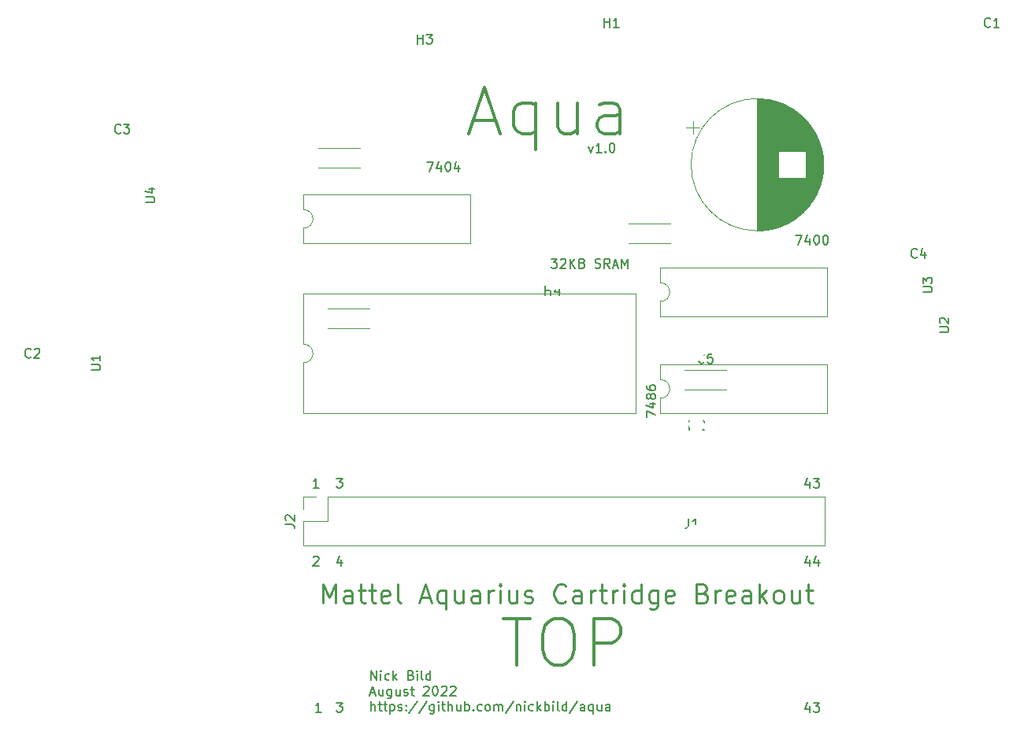
<source format=gto>
G04 #@! TF.GenerationSoftware,KiCad,Pcbnew,(5.1.5-0)*
G04 #@! TF.CreationDate,2022-08-30T11:13:50-04:00*
G04 #@! TF.ProjectId,breakout_board,62726561-6b6f-4757-945f-626f6172642e,rev?*
G04 #@! TF.SameCoordinates,Original*
G04 #@! TF.FileFunction,Legend,Top*
G04 #@! TF.FilePolarity,Positive*
%FSLAX46Y46*%
G04 Gerber Fmt 4.6, Leading zero omitted, Abs format (unit mm)*
G04 Created by KiCad (PCBNEW (5.1.5-0)) date 2022-08-30 11:13:50*
%MOMM*%
%LPD*%
G04 APERTURE LIST*
%ADD10C,0.150000*%
%ADD11C,0.350000*%
%ADD12C,0.250000*%
%ADD13C,0.200000*%
%ADD14C,0.120000*%
%ADD15C,3.302000*%
%ADD16O,1.702000X1.702000*%
%ADD17R,1.702000X1.702000*%
%ADD18C,1.702000*%
%ADD19C,2.502000*%
%ADD20R,2.502000X2.502000*%
%ADD21R,1.372000X5.182000*%
%ADD22O,1.802000X1.802000*%
%ADD23R,1.802000X1.802000*%
G04 APERTURE END LIST*
D10*
X168108380Y-78723904D02*
X168108380Y-78057238D01*
X169108380Y-78485809D01*
X168441714Y-77247714D02*
X169108380Y-77247714D01*
X168060761Y-77485809D02*
X168775047Y-77723904D01*
X168775047Y-77104857D01*
X168536952Y-76581047D02*
X168489333Y-76676285D01*
X168441714Y-76723904D01*
X168346476Y-76771523D01*
X168298857Y-76771523D01*
X168203619Y-76723904D01*
X168156000Y-76676285D01*
X168108380Y-76581047D01*
X168108380Y-76390571D01*
X168156000Y-76295333D01*
X168203619Y-76247714D01*
X168298857Y-76200095D01*
X168346476Y-76200095D01*
X168441714Y-76247714D01*
X168489333Y-76295333D01*
X168536952Y-76390571D01*
X168536952Y-76581047D01*
X168584571Y-76676285D01*
X168632190Y-76723904D01*
X168727428Y-76771523D01*
X168917904Y-76771523D01*
X169013142Y-76723904D01*
X169060761Y-76676285D01*
X169108380Y-76581047D01*
X169108380Y-76390571D01*
X169060761Y-76295333D01*
X169013142Y-76247714D01*
X168917904Y-76200095D01*
X168727428Y-76200095D01*
X168632190Y-76247714D01*
X168584571Y-76295333D01*
X168536952Y-76390571D01*
X168108380Y-75342952D02*
X168108380Y-75533428D01*
X168156000Y-75628666D01*
X168203619Y-75676285D01*
X168346476Y-75771523D01*
X168536952Y-75819142D01*
X168917904Y-75819142D01*
X169013142Y-75771523D01*
X169060761Y-75723904D01*
X169108380Y-75628666D01*
X169108380Y-75438190D01*
X169060761Y-75342952D01*
X169013142Y-75295333D01*
X168917904Y-75247714D01*
X168679809Y-75247714D01*
X168584571Y-75295333D01*
X168536952Y-75342952D01*
X168489333Y-75438190D01*
X168489333Y-75628666D01*
X168536952Y-75723904D01*
X168584571Y-75771523D01*
X168679809Y-75819142D01*
X157885333Y-61682380D02*
X158504380Y-61682380D01*
X158171047Y-62063333D01*
X158313904Y-62063333D01*
X158409142Y-62110952D01*
X158456761Y-62158571D01*
X158504380Y-62253809D01*
X158504380Y-62491904D01*
X158456761Y-62587142D01*
X158409142Y-62634761D01*
X158313904Y-62682380D01*
X158028190Y-62682380D01*
X157932952Y-62634761D01*
X157885333Y-62587142D01*
X158885333Y-61777619D02*
X158932952Y-61730000D01*
X159028190Y-61682380D01*
X159266285Y-61682380D01*
X159361523Y-61730000D01*
X159409142Y-61777619D01*
X159456761Y-61872857D01*
X159456761Y-61968095D01*
X159409142Y-62110952D01*
X158837714Y-62682380D01*
X159456761Y-62682380D01*
X159885333Y-62682380D02*
X159885333Y-61682380D01*
X160456761Y-62682380D02*
X160028190Y-62110952D01*
X160456761Y-61682380D02*
X159885333Y-62253809D01*
X161218666Y-62158571D02*
X161361523Y-62206190D01*
X161409142Y-62253809D01*
X161456761Y-62349047D01*
X161456761Y-62491904D01*
X161409142Y-62587142D01*
X161361523Y-62634761D01*
X161266285Y-62682380D01*
X160885333Y-62682380D01*
X160885333Y-61682380D01*
X161218666Y-61682380D01*
X161313904Y-61730000D01*
X161361523Y-61777619D01*
X161409142Y-61872857D01*
X161409142Y-61968095D01*
X161361523Y-62063333D01*
X161313904Y-62110952D01*
X161218666Y-62158571D01*
X160885333Y-62158571D01*
X162599619Y-62634761D02*
X162742476Y-62682380D01*
X162980571Y-62682380D01*
X163075809Y-62634761D01*
X163123428Y-62587142D01*
X163171047Y-62491904D01*
X163171047Y-62396666D01*
X163123428Y-62301428D01*
X163075809Y-62253809D01*
X162980571Y-62206190D01*
X162790095Y-62158571D01*
X162694857Y-62110952D01*
X162647238Y-62063333D01*
X162599619Y-61968095D01*
X162599619Y-61872857D01*
X162647238Y-61777619D01*
X162694857Y-61730000D01*
X162790095Y-61682380D01*
X163028190Y-61682380D01*
X163171047Y-61730000D01*
X164171047Y-62682380D02*
X163837714Y-62206190D01*
X163599619Y-62682380D02*
X163599619Y-61682380D01*
X163980571Y-61682380D01*
X164075809Y-61730000D01*
X164123428Y-61777619D01*
X164171047Y-61872857D01*
X164171047Y-62015714D01*
X164123428Y-62110952D01*
X164075809Y-62158571D01*
X163980571Y-62206190D01*
X163599619Y-62206190D01*
X164552000Y-62396666D02*
X165028190Y-62396666D01*
X164456761Y-62682380D02*
X164790095Y-61682380D01*
X165123428Y-62682380D01*
X165456761Y-62682380D02*
X165456761Y-61682380D01*
X165790095Y-62396666D01*
X166123428Y-61682380D01*
X166123428Y-62682380D01*
X184166095Y-59142380D02*
X184832761Y-59142380D01*
X184404190Y-60142380D01*
X185642285Y-59475714D02*
X185642285Y-60142380D01*
X185404190Y-59094761D02*
X185166095Y-59809047D01*
X185785142Y-59809047D01*
X186356571Y-59142380D02*
X186451809Y-59142380D01*
X186547047Y-59190000D01*
X186594666Y-59237619D01*
X186642285Y-59332857D01*
X186689904Y-59523333D01*
X186689904Y-59761428D01*
X186642285Y-59951904D01*
X186594666Y-60047142D01*
X186547047Y-60094761D01*
X186451809Y-60142380D01*
X186356571Y-60142380D01*
X186261333Y-60094761D01*
X186213714Y-60047142D01*
X186166095Y-59951904D01*
X186118476Y-59761428D01*
X186118476Y-59523333D01*
X186166095Y-59332857D01*
X186213714Y-59237619D01*
X186261333Y-59190000D01*
X186356571Y-59142380D01*
X187308952Y-59142380D02*
X187404190Y-59142380D01*
X187499428Y-59190000D01*
X187547047Y-59237619D01*
X187594666Y-59332857D01*
X187642285Y-59523333D01*
X187642285Y-59761428D01*
X187594666Y-59951904D01*
X187547047Y-60047142D01*
X187499428Y-60094761D01*
X187404190Y-60142380D01*
X187308952Y-60142380D01*
X187213714Y-60094761D01*
X187166095Y-60047142D01*
X187118476Y-59951904D01*
X187070857Y-59761428D01*
X187070857Y-59523333D01*
X187118476Y-59332857D01*
X187166095Y-59237619D01*
X187213714Y-59190000D01*
X187308952Y-59142380D01*
X144542095Y-51268380D02*
X145208761Y-51268380D01*
X144780190Y-52268380D01*
X146018285Y-51601714D02*
X146018285Y-52268380D01*
X145780190Y-51220761D02*
X145542095Y-51935047D01*
X146161142Y-51935047D01*
X146732571Y-51268380D02*
X146827809Y-51268380D01*
X146923047Y-51316000D01*
X146970666Y-51363619D01*
X147018285Y-51458857D01*
X147065904Y-51649333D01*
X147065904Y-51887428D01*
X147018285Y-52077904D01*
X146970666Y-52173142D01*
X146923047Y-52220761D01*
X146827809Y-52268380D01*
X146732571Y-52268380D01*
X146637333Y-52220761D01*
X146589714Y-52173142D01*
X146542095Y-52077904D01*
X146494476Y-51887428D01*
X146494476Y-51649333D01*
X146542095Y-51458857D01*
X146589714Y-51363619D01*
X146637333Y-51316000D01*
X146732571Y-51268380D01*
X147923047Y-51601714D02*
X147923047Y-52268380D01*
X147684952Y-51220761D02*
X147446857Y-51935047D01*
X148065904Y-51935047D01*
X161893428Y-49569714D02*
X162131523Y-50236380D01*
X162369619Y-49569714D01*
X163274380Y-50236380D02*
X162702952Y-50236380D01*
X162988666Y-50236380D02*
X162988666Y-49236380D01*
X162893428Y-49379238D01*
X162798190Y-49474476D01*
X162702952Y-49522095D01*
X163702952Y-50141142D02*
X163750571Y-50188761D01*
X163702952Y-50236380D01*
X163655333Y-50188761D01*
X163702952Y-50141142D01*
X163702952Y-50236380D01*
X164369619Y-49236380D02*
X164464857Y-49236380D01*
X164560095Y-49284000D01*
X164607714Y-49331619D01*
X164655333Y-49426857D01*
X164702952Y-49617333D01*
X164702952Y-49855428D01*
X164655333Y-50045904D01*
X164607714Y-50141142D01*
X164560095Y-50188761D01*
X164464857Y-50236380D01*
X164369619Y-50236380D01*
X164274380Y-50188761D01*
X164226761Y-50141142D01*
X164179142Y-50045904D01*
X164131523Y-49855428D01*
X164131523Y-49617333D01*
X164179142Y-49426857D01*
X164226761Y-49331619D01*
X164274380Y-49284000D01*
X164369619Y-49236380D01*
D11*
X149503809Y-46807333D02*
X151884761Y-46807333D01*
X149027619Y-48235904D02*
X150694285Y-43235904D01*
X152360952Y-48235904D01*
X156170476Y-44902571D02*
X156170476Y-49902571D01*
X156170476Y-47997809D02*
X155694285Y-48235904D01*
X154741904Y-48235904D01*
X154265714Y-47997809D01*
X154027619Y-47759714D01*
X153789523Y-47283523D01*
X153789523Y-45854952D01*
X154027619Y-45378761D01*
X154265714Y-45140666D01*
X154741904Y-44902571D01*
X155694285Y-44902571D01*
X156170476Y-45140666D01*
X160694285Y-44902571D02*
X160694285Y-48235904D01*
X158551428Y-44902571D02*
X158551428Y-47521619D01*
X158789523Y-47997809D01*
X159265714Y-48235904D01*
X159980000Y-48235904D01*
X160456190Y-47997809D01*
X160694285Y-47759714D01*
X165218095Y-48235904D02*
X165218095Y-45616857D01*
X164980000Y-45140666D01*
X164503809Y-44902571D01*
X163551428Y-44902571D01*
X163075238Y-45140666D01*
X165218095Y-47997809D02*
X164741904Y-48235904D01*
X163551428Y-48235904D01*
X163075238Y-47997809D01*
X162837142Y-47521619D01*
X162837142Y-47045428D01*
X163075238Y-46569238D01*
X163551428Y-46331142D01*
X164741904Y-46331142D01*
X165218095Y-46093047D01*
D12*
X133321523Y-98694761D02*
X133321523Y-96694761D01*
X133988190Y-98123333D01*
X134654857Y-96694761D01*
X134654857Y-98694761D01*
X136464380Y-98694761D02*
X136464380Y-97647142D01*
X136369142Y-97456666D01*
X136178666Y-97361428D01*
X135797714Y-97361428D01*
X135607238Y-97456666D01*
X136464380Y-98599523D02*
X136273904Y-98694761D01*
X135797714Y-98694761D01*
X135607238Y-98599523D01*
X135512000Y-98409047D01*
X135512000Y-98218571D01*
X135607238Y-98028095D01*
X135797714Y-97932857D01*
X136273904Y-97932857D01*
X136464380Y-97837619D01*
X137131047Y-97361428D02*
X137892952Y-97361428D01*
X137416761Y-96694761D02*
X137416761Y-98409047D01*
X137512000Y-98599523D01*
X137702476Y-98694761D01*
X137892952Y-98694761D01*
X138273904Y-97361428D02*
X139035809Y-97361428D01*
X138559619Y-96694761D02*
X138559619Y-98409047D01*
X138654857Y-98599523D01*
X138845333Y-98694761D01*
X139035809Y-98694761D01*
X140464380Y-98599523D02*
X140273904Y-98694761D01*
X139892952Y-98694761D01*
X139702476Y-98599523D01*
X139607238Y-98409047D01*
X139607238Y-97647142D01*
X139702476Y-97456666D01*
X139892952Y-97361428D01*
X140273904Y-97361428D01*
X140464380Y-97456666D01*
X140559619Y-97647142D01*
X140559619Y-97837619D01*
X139607238Y-98028095D01*
X141702476Y-98694761D02*
X141512000Y-98599523D01*
X141416761Y-98409047D01*
X141416761Y-96694761D01*
X143892952Y-98123333D02*
X144845333Y-98123333D01*
X143702476Y-98694761D02*
X144369142Y-96694761D01*
X145035809Y-98694761D01*
X146559619Y-97361428D02*
X146559619Y-99361428D01*
X146559619Y-98599523D02*
X146369142Y-98694761D01*
X145988190Y-98694761D01*
X145797714Y-98599523D01*
X145702476Y-98504285D01*
X145607238Y-98313809D01*
X145607238Y-97742380D01*
X145702476Y-97551904D01*
X145797714Y-97456666D01*
X145988190Y-97361428D01*
X146369142Y-97361428D01*
X146559619Y-97456666D01*
X148369142Y-97361428D02*
X148369142Y-98694761D01*
X147512000Y-97361428D02*
X147512000Y-98409047D01*
X147607238Y-98599523D01*
X147797714Y-98694761D01*
X148083428Y-98694761D01*
X148273904Y-98599523D01*
X148369142Y-98504285D01*
X150178666Y-98694761D02*
X150178666Y-97647142D01*
X150083428Y-97456666D01*
X149892952Y-97361428D01*
X149512000Y-97361428D01*
X149321523Y-97456666D01*
X150178666Y-98599523D02*
X149988190Y-98694761D01*
X149512000Y-98694761D01*
X149321523Y-98599523D01*
X149226285Y-98409047D01*
X149226285Y-98218571D01*
X149321523Y-98028095D01*
X149512000Y-97932857D01*
X149988190Y-97932857D01*
X150178666Y-97837619D01*
X151131047Y-98694761D02*
X151131047Y-97361428D01*
X151131047Y-97742380D02*
X151226285Y-97551904D01*
X151321523Y-97456666D01*
X151512000Y-97361428D01*
X151702476Y-97361428D01*
X152369142Y-98694761D02*
X152369142Y-97361428D01*
X152369142Y-96694761D02*
X152273904Y-96790000D01*
X152369142Y-96885238D01*
X152464380Y-96790000D01*
X152369142Y-96694761D01*
X152369142Y-96885238D01*
X154178666Y-97361428D02*
X154178666Y-98694761D01*
X153321523Y-97361428D02*
X153321523Y-98409047D01*
X153416761Y-98599523D01*
X153607238Y-98694761D01*
X153892952Y-98694761D01*
X154083428Y-98599523D01*
X154178666Y-98504285D01*
X155035809Y-98599523D02*
X155226285Y-98694761D01*
X155607238Y-98694761D01*
X155797714Y-98599523D01*
X155892952Y-98409047D01*
X155892952Y-98313809D01*
X155797714Y-98123333D01*
X155607238Y-98028095D01*
X155321523Y-98028095D01*
X155131047Y-97932857D01*
X155035809Y-97742380D01*
X155035809Y-97647142D01*
X155131047Y-97456666D01*
X155321523Y-97361428D01*
X155607238Y-97361428D01*
X155797714Y-97456666D01*
X159416761Y-98504285D02*
X159321523Y-98599523D01*
X159035809Y-98694761D01*
X158845333Y-98694761D01*
X158559619Y-98599523D01*
X158369142Y-98409047D01*
X158273904Y-98218571D01*
X158178666Y-97837619D01*
X158178666Y-97551904D01*
X158273904Y-97170952D01*
X158369142Y-96980476D01*
X158559619Y-96790000D01*
X158845333Y-96694761D01*
X159035809Y-96694761D01*
X159321523Y-96790000D01*
X159416761Y-96885238D01*
X161131047Y-98694761D02*
X161131047Y-97647142D01*
X161035809Y-97456666D01*
X160845333Y-97361428D01*
X160464380Y-97361428D01*
X160273904Y-97456666D01*
X161131047Y-98599523D02*
X160940571Y-98694761D01*
X160464380Y-98694761D01*
X160273904Y-98599523D01*
X160178666Y-98409047D01*
X160178666Y-98218571D01*
X160273904Y-98028095D01*
X160464380Y-97932857D01*
X160940571Y-97932857D01*
X161131047Y-97837619D01*
X162083428Y-98694761D02*
X162083428Y-97361428D01*
X162083428Y-97742380D02*
X162178666Y-97551904D01*
X162273904Y-97456666D01*
X162464380Y-97361428D01*
X162654857Y-97361428D01*
X163035809Y-97361428D02*
X163797714Y-97361428D01*
X163321523Y-96694761D02*
X163321523Y-98409047D01*
X163416761Y-98599523D01*
X163607238Y-98694761D01*
X163797714Y-98694761D01*
X164464380Y-98694761D02*
X164464380Y-97361428D01*
X164464380Y-97742380D02*
X164559619Y-97551904D01*
X164654857Y-97456666D01*
X164845333Y-97361428D01*
X165035809Y-97361428D01*
X165702476Y-98694761D02*
X165702476Y-97361428D01*
X165702476Y-96694761D02*
X165607238Y-96790000D01*
X165702476Y-96885238D01*
X165797714Y-96790000D01*
X165702476Y-96694761D01*
X165702476Y-96885238D01*
X167512000Y-98694761D02*
X167512000Y-96694761D01*
X167512000Y-98599523D02*
X167321523Y-98694761D01*
X166940571Y-98694761D01*
X166750095Y-98599523D01*
X166654857Y-98504285D01*
X166559619Y-98313809D01*
X166559619Y-97742380D01*
X166654857Y-97551904D01*
X166750095Y-97456666D01*
X166940571Y-97361428D01*
X167321523Y-97361428D01*
X167512000Y-97456666D01*
X169321523Y-97361428D02*
X169321523Y-98980476D01*
X169226285Y-99170952D01*
X169131047Y-99266190D01*
X168940571Y-99361428D01*
X168654857Y-99361428D01*
X168464380Y-99266190D01*
X169321523Y-98599523D02*
X169131047Y-98694761D01*
X168750095Y-98694761D01*
X168559619Y-98599523D01*
X168464380Y-98504285D01*
X168369142Y-98313809D01*
X168369142Y-97742380D01*
X168464380Y-97551904D01*
X168559619Y-97456666D01*
X168750095Y-97361428D01*
X169131047Y-97361428D01*
X169321523Y-97456666D01*
X171035809Y-98599523D02*
X170845333Y-98694761D01*
X170464380Y-98694761D01*
X170273904Y-98599523D01*
X170178666Y-98409047D01*
X170178666Y-97647142D01*
X170273904Y-97456666D01*
X170464380Y-97361428D01*
X170845333Y-97361428D01*
X171035809Y-97456666D01*
X171131047Y-97647142D01*
X171131047Y-97837619D01*
X170178666Y-98028095D01*
X174178666Y-97647142D02*
X174464380Y-97742380D01*
X174559619Y-97837619D01*
X174654857Y-98028095D01*
X174654857Y-98313809D01*
X174559619Y-98504285D01*
X174464380Y-98599523D01*
X174273904Y-98694761D01*
X173512000Y-98694761D01*
X173512000Y-96694761D01*
X174178666Y-96694761D01*
X174369142Y-96790000D01*
X174464380Y-96885238D01*
X174559619Y-97075714D01*
X174559619Y-97266190D01*
X174464380Y-97456666D01*
X174369142Y-97551904D01*
X174178666Y-97647142D01*
X173512000Y-97647142D01*
X175512000Y-98694761D02*
X175512000Y-97361428D01*
X175512000Y-97742380D02*
X175607238Y-97551904D01*
X175702476Y-97456666D01*
X175892952Y-97361428D01*
X176083428Y-97361428D01*
X177512000Y-98599523D02*
X177321523Y-98694761D01*
X176940571Y-98694761D01*
X176750095Y-98599523D01*
X176654857Y-98409047D01*
X176654857Y-97647142D01*
X176750095Y-97456666D01*
X176940571Y-97361428D01*
X177321523Y-97361428D01*
X177512000Y-97456666D01*
X177607238Y-97647142D01*
X177607238Y-97837619D01*
X176654857Y-98028095D01*
X179321523Y-98694761D02*
X179321523Y-97647142D01*
X179226285Y-97456666D01*
X179035809Y-97361428D01*
X178654857Y-97361428D01*
X178464380Y-97456666D01*
X179321523Y-98599523D02*
X179131047Y-98694761D01*
X178654857Y-98694761D01*
X178464380Y-98599523D01*
X178369142Y-98409047D01*
X178369142Y-98218571D01*
X178464380Y-98028095D01*
X178654857Y-97932857D01*
X179131047Y-97932857D01*
X179321523Y-97837619D01*
X180273904Y-98694761D02*
X180273904Y-96694761D01*
X180464380Y-97932857D02*
X181035809Y-98694761D01*
X181035809Y-97361428D02*
X180273904Y-98123333D01*
X182178666Y-98694761D02*
X181988190Y-98599523D01*
X181892952Y-98504285D01*
X181797714Y-98313809D01*
X181797714Y-97742380D01*
X181892952Y-97551904D01*
X181988190Y-97456666D01*
X182178666Y-97361428D01*
X182464380Y-97361428D01*
X182654857Y-97456666D01*
X182750095Y-97551904D01*
X182845333Y-97742380D01*
X182845333Y-98313809D01*
X182750095Y-98504285D01*
X182654857Y-98599523D01*
X182464380Y-98694761D01*
X182178666Y-98694761D01*
X184559619Y-97361428D02*
X184559619Y-98694761D01*
X183702476Y-97361428D02*
X183702476Y-98409047D01*
X183797714Y-98599523D01*
X183988190Y-98694761D01*
X184273904Y-98694761D01*
X184464380Y-98599523D01*
X184559619Y-98504285D01*
X185226285Y-97361428D02*
X185988190Y-97361428D01*
X185511999Y-96694761D02*
X185511999Y-98409047D01*
X185607238Y-98599523D01*
X185797714Y-98694761D01*
X185988190Y-98694761D01*
D10*
X138511595Y-107006380D02*
X138511595Y-106006380D01*
X139083023Y-107006380D01*
X139083023Y-106006380D01*
X139559214Y-107006380D02*
X139559214Y-106339714D01*
X139559214Y-106006380D02*
X139511595Y-106054000D01*
X139559214Y-106101619D01*
X139606833Y-106054000D01*
X139559214Y-106006380D01*
X139559214Y-106101619D01*
X140463976Y-106958761D02*
X140368738Y-107006380D01*
X140178261Y-107006380D01*
X140083023Y-106958761D01*
X140035404Y-106911142D01*
X139987785Y-106815904D01*
X139987785Y-106530190D01*
X140035404Y-106434952D01*
X140083023Y-106387333D01*
X140178261Y-106339714D01*
X140368738Y-106339714D01*
X140463976Y-106387333D01*
X140892547Y-107006380D02*
X140892547Y-106006380D01*
X140987785Y-106625428D02*
X141273500Y-107006380D01*
X141273500Y-106339714D02*
X140892547Y-106720666D01*
X142797309Y-106482571D02*
X142940166Y-106530190D01*
X142987785Y-106577809D01*
X143035404Y-106673047D01*
X143035404Y-106815904D01*
X142987785Y-106911142D01*
X142940166Y-106958761D01*
X142844928Y-107006380D01*
X142463976Y-107006380D01*
X142463976Y-106006380D01*
X142797309Y-106006380D01*
X142892547Y-106054000D01*
X142940166Y-106101619D01*
X142987785Y-106196857D01*
X142987785Y-106292095D01*
X142940166Y-106387333D01*
X142892547Y-106434952D01*
X142797309Y-106482571D01*
X142463976Y-106482571D01*
X143463976Y-107006380D02*
X143463976Y-106339714D01*
X143463976Y-106006380D02*
X143416357Y-106054000D01*
X143463976Y-106101619D01*
X143511595Y-106054000D01*
X143463976Y-106006380D01*
X143463976Y-106101619D01*
X144083023Y-107006380D02*
X143987785Y-106958761D01*
X143940166Y-106863523D01*
X143940166Y-106006380D01*
X144892547Y-107006380D02*
X144892547Y-106006380D01*
X144892547Y-106958761D02*
X144797309Y-107006380D01*
X144606833Y-107006380D01*
X144511595Y-106958761D01*
X144463976Y-106911142D01*
X144416357Y-106815904D01*
X144416357Y-106530190D01*
X144463976Y-106434952D01*
X144511595Y-106387333D01*
X144606833Y-106339714D01*
X144797309Y-106339714D01*
X144892547Y-106387333D01*
X138463976Y-108370666D02*
X138940166Y-108370666D01*
X138368738Y-108656380D02*
X138702071Y-107656380D01*
X139035404Y-108656380D01*
X139797309Y-107989714D02*
X139797309Y-108656380D01*
X139368738Y-107989714D02*
X139368738Y-108513523D01*
X139416357Y-108608761D01*
X139511595Y-108656380D01*
X139654452Y-108656380D01*
X139749690Y-108608761D01*
X139797309Y-108561142D01*
X140702071Y-107989714D02*
X140702071Y-108799238D01*
X140654452Y-108894476D01*
X140606833Y-108942095D01*
X140511595Y-108989714D01*
X140368738Y-108989714D01*
X140273500Y-108942095D01*
X140702071Y-108608761D02*
X140606833Y-108656380D01*
X140416357Y-108656380D01*
X140321119Y-108608761D01*
X140273500Y-108561142D01*
X140225880Y-108465904D01*
X140225880Y-108180190D01*
X140273500Y-108084952D01*
X140321119Y-108037333D01*
X140416357Y-107989714D01*
X140606833Y-107989714D01*
X140702071Y-108037333D01*
X141606833Y-107989714D02*
X141606833Y-108656380D01*
X141178261Y-107989714D02*
X141178261Y-108513523D01*
X141225880Y-108608761D01*
X141321119Y-108656380D01*
X141463976Y-108656380D01*
X141559214Y-108608761D01*
X141606833Y-108561142D01*
X142035404Y-108608761D02*
X142130642Y-108656380D01*
X142321119Y-108656380D01*
X142416357Y-108608761D01*
X142463976Y-108513523D01*
X142463976Y-108465904D01*
X142416357Y-108370666D01*
X142321119Y-108323047D01*
X142178261Y-108323047D01*
X142083023Y-108275428D01*
X142035404Y-108180190D01*
X142035404Y-108132571D01*
X142083023Y-108037333D01*
X142178261Y-107989714D01*
X142321119Y-107989714D01*
X142416357Y-108037333D01*
X142749690Y-107989714D02*
X143130642Y-107989714D01*
X142892547Y-107656380D02*
X142892547Y-108513523D01*
X142940166Y-108608761D01*
X143035404Y-108656380D01*
X143130642Y-108656380D01*
X144178261Y-107751619D02*
X144225880Y-107704000D01*
X144321119Y-107656380D01*
X144559214Y-107656380D01*
X144654452Y-107704000D01*
X144702071Y-107751619D01*
X144749690Y-107846857D01*
X144749690Y-107942095D01*
X144702071Y-108084952D01*
X144130642Y-108656380D01*
X144749690Y-108656380D01*
X145368738Y-107656380D02*
X145463976Y-107656380D01*
X145559214Y-107704000D01*
X145606833Y-107751619D01*
X145654452Y-107846857D01*
X145702071Y-108037333D01*
X145702071Y-108275428D01*
X145654452Y-108465904D01*
X145606833Y-108561142D01*
X145559214Y-108608761D01*
X145463976Y-108656380D01*
X145368738Y-108656380D01*
X145273500Y-108608761D01*
X145225880Y-108561142D01*
X145178261Y-108465904D01*
X145130642Y-108275428D01*
X145130642Y-108037333D01*
X145178261Y-107846857D01*
X145225880Y-107751619D01*
X145273500Y-107704000D01*
X145368738Y-107656380D01*
X146083023Y-107751619D02*
X146130642Y-107704000D01*
X146225880Y-107656380D01*
X146463976Y-107656380D01*
X146559214Y-107704000D01*
X146606833Y-107751619D01*
X146654452Y-107846857D01*
X146654452Y-107942095D01*
X146606833Y-108084952D01*
X146035404Y-108656380D01*
X146654452Y-108656380D01*
X147035404Y-107751619D02*
X147083023Y-107704000D01*
X147178261Y-107656380D01*
X147416357Y-107656380D01*
X147511595Y-107704000D01*
X147559214Y-107751619D01*
X147606833Y-107846857D01*
X147606833Y-107942095D01*
X147559214Y-108084952D01*
X146987785Y-108656380D01*
X147606833Y-108656380D01*
X138511595Y-110306380D02*
X138511595Y-109306380D01*
X138940166Y-110306380D02*
X138940166Y-109782571D01*
X138892547Y-109687333D01*
X138797309Y-109639714D01*
X138654452Y-109639714D01*
X138559214Y-109687333D01*
X138511595Y-109734952D01*
X139273500Y-109639714D02*
X139654452Y-109639714D01*
X139416357Y-109306380D02*
X139416357Y-110163523D01*
X139463976Y-110258761D01*
X139559214Y-110306380D01*
X139654452Y-110306380D01*
X139844928Y-109639714D02*
X140225880Y-109639714D01*
X139987785Y-109306380D02*
X139987785Y-110163523D01*
X140035404Y-110258761D01*
X140130642Y-110306380D01*
X140225880Y-110306380D01*
X140559214Y-109639714D02*
X140559214Y-110639714D01*
X140559214Y-109687333D02*
X140654452Y-109639714D01*
X140844928Y-109639714D01*
X140940166Y-109687333D01*
X140987785Y-109734952D01*
X141035404Y-109830190D01*
X141035404Y-110115904D01*
X140987785Y-110211142D01*
X140940166Y-110258761D01*
X140844928Y-110306380D01*
X140654452Y-110306380D01*
X140559214Y-110258761D01*
X141416357Y-110258761D02*
X141511595Y-110306380D01*
X141702071Y-110306380D01*
X141797309Y-110258761D01*
X141844928Y-110163523D01*
X141844928Y-110115904D01*
X141797309Y-110020666D01*
X141702071Y-109973047D01*
X141559214Y-109973047D01*
X141463976Y-109925428D01*
X141416357Y-109830190D01*
X141416357Y-109782571D01*
X141463976Y-109687333D01*
X141559214Y-109639714D01*
X141702071Y-109639714D01*
X141797309Y-109687333D01*
X142273500Y-110211142D02*
X142321119Y-110258761D01*
X142273500Y-110306380D01*
X142225880Y-110258761D01*
X142273500Y-110211142D01*
X142273500Y-110306380D01*
X142273500Y-109687333D02*
X142321119Y-109734952D01*
X142273500Y-109782571D01*
X142225880Y-109734952D01*
X142273500Y-109687333D01*
X142273500Y-109782571D01*
X143463976Y-109258761D02*
X142606833Y-110544476D01*
X144511595Y-109258761D02*
X143654452Y-110544476D01*
X145273500Y-109639714D02*
X145273500Y-110449238D01*
X145225880Y-110544476D01*
X145178261Y-110592095D01*
X145083023Y-110639714D01*
X144940166Y-110639714D01*
X144844928Y-110592095D01*
X145273500Y-110258761D02*
X145178261Y-110306380D01*
X144987785Y-110306380D01*
X144892547Y-110258761D01*
X144844928Y-110211142D01*
X144797309Y-110115904D01*
X144797309Y-109830190D01*
X144844928Y-109734952D01*
X144892547Y-109687333D01*
X144987785Y-109639714D01*
X145178261Y-109639714D01*
X145273500Y-109687333D01*
X145749690Y-110306380D02*
X145749690Y-109639714D01*
X145749690Y-109306380D02*
X145702071Y-109354000D01*
X145749690Y-109401619D01*
X145797309Y-109354000D01*
X145749690Y-109306380D01*
X145749690Y-109401619D01*
X146083023Y-109639714D02*
X146463976Y-109639714D01*
X146225880Y-109306380D02*
X146225880Y-110163523D01*
X146273500Y-110258761D01*
X146368738Y-110306380D01*
X146463976Y-110306380D01*
X146797309Y-110306380D02*
X146797309Y-109306380D01*
X147225880Y-110306380D02*
X147225880Y-109782571D01*
X147178261Y-109687333D01*
X147083023Y-109639714D01*
X146940166Y-109639714D01*
X146844928Y-109687333D01*
X146797309Y-109734952D01*
X148130642Y-109639714D02*
X148130642Y-110306380D01*
X147702071Y-109639714D02*
X147702071Y-110163523D01*
X147749690Y-110258761D01*
X147844928Y-110306380D01*
X147987785Y-110306380D01*
X148083023Y-110258761D01*
X148130642Y-110211142D01*
X148606833Y-110306380D02*
X148606833Y-109306380D01*
X148606833Y-109687333D02*
X148702071Y-109639714D01*
X148892547Y-109639714D01*
X148987785Y-109687333D01*
X149035404Y-109734952D01*
X149083023Y-109830190D01*
X149083023Y-110115904D01*
X149035404Y-110211142D01*
X148987785Y-110258761D01*
X148892547Y-110306380D01*
X148702071Y-110306380D01*
X148606833Y-110258761D01*
X149511595Y-110211142D02*
X149559214Y-110258761D01*
X149511595Y-110306380D01*
X149463976Y-110258761D01*
X149511595Y-110211142D01*
X149511595Y-110306380D01*
X150416357Y-110258761D02*
X150321119Y-110306380D01*
X150130642Y-110306380D01*
X150035404Y-110258761D01*
X149987785Y-110211142D01*
X149940166Y-110115904D01*
X149940166Y-109830190D01*
X149987785Y-109734952D01*
X150035404Y-109687333D01*
X150130642Y-109639714D01*
X150321119Y-109639714D01*
X150416357Y-109687333D01*
X150987785Y-110306380D02*
X150892547Y-110258761D01*
X150844928Y-110211142D01*
X150797309Y-110115904D01*
X150797309Y-109830190D01*
X150844928Y-109734952D01*
X150892547Y-109687333D01*
X150987785Y-109639714D01*
X151130642Y-109639714D01*
X151225880Y-109687333D01*
X151273500Y-109734952D01*
X151321119Y-109830190D01*
X151321119Y-110115904D01*
X151273500Y-110211142D01*
X151225880Y-110258761D01*
X151130642Y-110306380D01*
X150987785Y-110306380D01*
X151749690Y-110306380D02*
X151749690Y-109639714D01*
X151749690Y-109734952D02*
X151797309Y-109687333D01*
X151892547Y-109639714D01*
X152035404Y-109639714D01*
X152130642Y-109687333D01*
X152178261Y-109782571D01*
X152178261Y-110306380D01*
X152178261Y-109782571D02*
X152225880Y-109687333D01*
X152321119Y-109639714D01*
X152463976Y-109639714D01*
X152559214Y-109687333D01*
X152606833Y-109782571D01*
X152606833Y-110306380D01*
X153797309Y-109258761D02*
X152940166Y-110544476D01*
X154130642Y-109639714D02*
X154130642Y-110306380D01*
X154130642Y-109734952D02*
X154178261Y-109687333D01*
X154273500Y-109639714D01*
X154416357Y-109639714D01*
X154511595Y-109687333D01*
X154559214Y-109782571D01*
X154559214Y-110306380D01*
X155035404Y-110306380D02*
X155035404Y-109639714D01*
X155035404Y-109306380D02*
X154987785Y-109354000D01*
X155035404Y-109401619D01*
X155083023Y-109354000D01*
X155035404Y-109306380D01*
X155035404Y-109401619D01*
X155940166Y-110258761D02*
X155844928Y-110306380D01*
X155654452Y-110306380D01*
X155559214Y-110258761D01*
X155511595Y-110211142D01*
X155463976Y-110115904D01*
X155463976Y-109830190D01*
X155511595Y-109734952D01*
X155559214Y-109687333D01*
X155654452Y-109639714D01*
X155844928Y-109639714D01*
X155940166Y-109687333D01*
X156368738Y-110306380D02*
X156368738Y-109306380D01*
X156463976Y-109925428D02*
X156749690Y-110306380D01*
X156749690Y-109639714D02*
X156368738Y-110020666D01*
X157178261Y-110306380D02*
X157178261Y-109306380D01*
X157178261Y-109687333D02*
X157273500Y-109639714D01*
X157463976Y-109639714D01*
X157559214Y-109687333D01*
X157606833Y-109734952D01*
X157654452Y-109830190D01*
X157654452Y-110115904D01*
X157606833Y-110211142D01*
X157559214Y-110258761D01*
X157463976Y-110306380D01*
X157273500Y-110306380D01*
X157178261Y-110258761D01*
X158083023Y-110306380D02*
X158083023Y-109639714D01*
X158083023Y-109306380D02*
X158035404Y-109354000D01*
X158083023Y-109401619D01*
X158130642Y-109354000D01*
X158083023Y-109306380D01*
X158083023Y-109401619D01*
X158702071Y-110306380D02*
X158606833Y-110258761D01*
X158559214Y-110163523D01*
X158559214Y-109306380D01*
X159511595Y-110306380D02*
X159511595Y-109306380D01*
X159511595Y-110258761D02*
X159416357Y-110306380D01*
X159225880Y-110306380D01*
X159130642Y-110258761D01*
X159083023Y-110211142D01*
X159035404Y-110115904D01*
X159035404Y-109830190D01*
X159083023Y-109734952D01*
X159130642Y-109687333D01*
X159225880Y-109639714D01*
X159416357Y-109639714D01*
X159511595Y-109687333D01*
X160702071Y-109258761D02*
X159844928Y-110544476D01*
X161463976Y-110306380D02*
X161463976Y-109782571D01*
X161416357Y-109687333D01*
X161321119Y-109639714D01*
X161130642Y-109639714D01*
X161035404Y-109687333D01*
X161463976Y-110258761D02*
X161368738Y-110306380D01*
X161130642Y-110306380D01*
X161035404Y-110258761D01*
X160987785Y-110163523D01*
X160987785Y-110068285D01*
X161035404Y-109973047D01*
X161130642Y-109925428D01*
X161368738Y-109925428D01*
X161463976Y-109877809D01*
X162368738Y-109639714D02*
X162368738Y-110639714D01*
X162368738Y-110258761D02*
X162273500Y-110306380D01*
X162083023Y-110306380D01*
X161987785Y-110258761D01*
X161940166Y-110211142D01*
X161892547Y-110115904D01*
X161892547Y-109830190D01*
X161940166Y-109734952D01*
X161987785Y-109687333D01*
X162083023Y-109639714D01*
X162273500Y-109639714D01*
X162368738Y-109687333D01*
X163273500Y-109639714D02*
X163273500Y-110306380D01*
X162844928Y-109639714D02*
X162844928Y-110163523D01*
X162892547Y-110258761D01*
X162987785Y-110306380D01*
X163130642Y-110306380D01*
X163225880Y-110258761D01*
X163273500Y-110211142D01*
X164178261Y-110306380D02*
X164178261Y-109782571D01*
X164130642Y-109687333D01*
X164035404Y-109639714D01*
X163844928Y-109639714D01*
X163749690Y-109687333D01*
X164178261Y-110258761D02*
X164083023Y-110306380D01*
X163844928Y-110306380D01*
X163749690Y-110258761D01*
X163702071Y-110163523D01*
X163702071Y-110068285D01*
X163749690Y-109973047D01*
X163844928Y-109925428D01*
X164083023Y-109925428D01*
X164178261Y-109877809D01*
D13*
X185642285Y-94019714D02*
X185642285Y-94686380D01*
X185404190Y-93638761D02*
X185166095Y-94353047D01*
X185785142Y-94353047D01*
X186594666Y-94019714D02*
X186594666Y-94686380D01*
X186356571Y-93638761D02*
X186118476Y-94353047D01*
X186737523Y-94353047D01*
X135318476Y-94019714D02*
X135318476Y-94686380D01*
X135080380Y-93638761D02*
X134842285Y-94353047D01*
X135461333Y-94353047D01*
X132302285Y-93781619D02*
X132349904Y-93734000D01*
X132445142Y-93686380D01*
X132683238Y-93686380D01*
X132778476Y-93734000D01*
X132826095Y-93781619D01*
X132873714Y-93876857D01*
X132873714Y-93972095D01*
X132826095Y-94114952D01*
X132254666Y-94686380D01*
X132873714Y-94686380D01*
X185642285Y-85637714D02*
X185642285Y-86304380D01*
X185404190Y-85256761D02*
X185166095Y-85971047D01*
X185785142Y-85971047D01*
X186070857Y-85304380D02*
X186689904Y-85304380D01*
X186356571Y-85685333D01*
X186499428Y-85685333D01*
X186594666Y-85732952D01*
X186642285Y-85780571D01*
X186689904Y-85875809D01*
X186689904Y-86113904D01*
X186642285Y-86209142D01*
X186594666Y-86256761D01*
X186499428Y-86304380D01*
X186213714Y-86304380D01*
X186118476Y-86256761D01*
X186070857Y-86209142D01*
X134794666Y-85304380D02*
X135413714Y-85304380D01*
X135080380Y-85685333D01*
X135223238Y-85685333D01*
X135318476Y-85732952D01*
X135366095Y-85780571D01*
X135413714Y-85875809D01*
X135413714Y-86113904D01*
X135366095Y-86209142D01*
X135318476Y-86256761D01*
X135223238Y-86304380D01*
X134937523Y-86304380D01*
X134842285Y-86256761D01*
X134794666Y-86209142D01*
X132873714Y-86304380D02*
X132302285Y-86304380D01*
X132588000Y-86304380D02*
X132588000Y-85304380D01*
X132492761Y-85447238D01*
X132397523Y-85542476D01*
X132302285Y-85590095D01*
X185642285Y-109767714D02*
X185642285Y-110434380D01*
X185404190Y-109386761D02*
X185166095Y-110101047D01*
X185785142Y-110101047D01*
X186070857Y-109434380D02*
X186689904Y-109434380D01*
X186356571Y-109815333D01*
X186499428Y-109815333D01*
X186594666Y-109862952D01*
X186642285Y-109910571D01*
X186689904Y-110005809D01*
X186689904Y-110243904D01*
X186642285Y-110339142D01*
X186594666Y-110386761D01*
X186499428Y-110434380D01*
X186213714Y-110434380D01*
X186118476Y-110386761D01*
X186070857Y-110339142D01*
X134794666Y-109434380D02*
X135413714Y-109434380D01*
X135080380Y-109815333D01*
X135223238Y-109815333D01*
X135318476Y-109862952D01*
X135366095Y-109910571D01*
X135413714Y-110005809D01*
X135413714Y-110243904D01*
X135366095Y-110339142D01*
X135318476Y-110386761D01*
X135223238Y-110434380D01*
X134937523Y-110434380D01*
X134842285Y-110386761D01*
X134794666Y-110339142D01*
X133127714Y-110434380D02*
X132556285Y-110434380D01*
X132842000Y-110434380D02*
X132842000Y-109434380D01*
X132746761Y-109577238D01*
X132651523Y-109672476D01*
X132556285Y-109720095D01*
D11*
X152710380Y-100385904D02*
X155567523Y-100385904D01*
X154138952Y-105385904D02*
X154138952Y-100385904D01*
X158186571Y-100385904D02*
X159138952Y-100385904D01*
X159615142Y-100624000D01*
X160091333Y-101100190D01*
X160329428Y-102052571D01*
X160329428Y-103719238D01*
X160091333Y-104671619D01*
X159615142Y-105147809D01*
X159138952Y-105385904D01*
X158186571Y-105385904D01*
X157710380Y-105147809D01*
X157234190Y-104671619D01*
X156996095Y-103719238D01*
X156996095Y-102052571D01*
X157234190Y-101100190D01*
X157710380Y-100624000D01*
X158186571Y-100385904D01*
X162472285Y-105385904D02*
X162472285Y-100385904D01*
X164377047Y-100385904D01*
X164853238Y-100624000D01*
X165091333Y-100862095D01*
X165329428Y-101338285D01*
X165329428Y-102052571D01*
X165091333Y-102528761D01*
X164853238Y-102766857D01*
X164377047Y-103004952D01*
X162472285Y-103004952D01*
D14*
X131258000Y-54754000D02*
X131258000Y-56404000D01*
X149158000Y-54754000D02*
X131258000Y-54754000D01*
X149158000Y-60054000D02*
X149158000Y-54754000D01*
X131258000Y-60054000D02*
X149158000Y-60054000D01*
X131258000Y-58404000D02*
X131258000Y-60054000D01*
X131258000Y-56404000D02*
G75*
G02X131258000Y-58404000I0J-1000000D01*
G01*
X169612000Y-62628000D02*
X169612000Y-64278000D01*
X187512000Y-62628000D02*
X169612000Y-62628000D01*
X187512000Y-67928000D02*
X187512000Y-62628000D01*
X169612000Y-67928000D02*
X187512000Y-67928000D01*
X169612000Y-66278000D02*
X169612000Y-67928000D01*
X169612000Y-64278000D02*
G75*
G02X169612000Y-66278000I0J-1000000D01*
G01*
X169612000Y-73042000D02*
X169612000Y-74692000D01*
X187512000Y-73042000D02*
X169612000Y-73042000D01*
X187512000Y-78342000D02*
X187512000Y-73042000D01*
X169612000Y-78342000D02*
X187512000Y-78342000D01*
X169612000Y-76692000D02*
X169612000Y-78342000D01*
X169612000Y-74692000D02*
G75*
G02X169612000Y-76692000I0J-1000000D01*
G01*
X131258000Y-65422000D02*
X131258000Y-70882000D01*
X166938000Y-65422000D02*
X131258000Y-65422000D01*
X166938000Y-78342000D02*
X166938000Y-65422000D01*
X131258000Y-78342000D02*
X166938000Y-78342000D01*
X131258000Y-72882000D02*
X131258000Y-78342000D01*
X131258000Y-70882000D02*
G75*
G02X131258000Y-72882000I0J-1000000D01*
G01*
X176728000Y-75731000D02*
X176728000Y-75746000D01*
X176728000Y-73606000D02*
X176728000Y-73621000D01*
X172188000Y-75731000D02*
X172188000Y-75746000D01*
X172188000Y-73606000D02*
X172188000Y-73621000D01*
X172188000Y-75746000D02*
X176728000Y-75746000D01*
X172188000Y-73606000D02*
X176728000Y-73606000D01*
X166172000Y-57873000D02*
X166172000Y-57858000D01*
X166172000Y-59998000D02*
X166172000Y-59983000D01*
X170712000Y-57873000D02*
X170712000Y-57858000D01*
X170712000Y-59998000D02*
X170712000Y-59983000D01*
X170712000Y-57858000D02*
X166172000Y-57858000D01*
X170712000Y-59998000D02*
X166172000Y-59998000D01*
X137358000Y-51855000D02*
X137358000Y-51870000D01*
X137358000Y-49730000D02*
X137358000Y-49745000D01*
X132818000Y-51855000D02*
X132818000Y-51870000D01*
X132818000Y-49730000D02*
X132818000Y-49745000D01*
X132818000Y-51870000D02*
X137358000Y-51870000D01*
X132818000Y-49730000D02*
X137358000Y-49730000D01*
X138374000Y-69127000D02*
X138374000Y-69142000D01*
X138374000Y-67002000D02*
X138374000Y-67017000D01*
X133834000Y-69127000D02*
X133834000Y-69142000D01*
X133834000Y-67002000D02*
X133834000Y-67017000D01*
X133834000Y-69142000D02*
X138374000Y-69142000D01*
X133834000Y-67002000D02*
X138374000Y-67002000D01*
X173106457Y-46867000D02*
X173106457Y-48267000D01*
X172406457Y-47567000D02*
X173806457Y-47567000D01*
X187107000Y-50848000D02*
X187107000Y-52276000D01*
X187067000Y-50537000D02*
X187067000Y-52587000D01*
X187027000Y-50300000D02*
X187027000Y-52824000D01*
X186987000Y-50101000D02*
X186987000Y-53023000D01*
X186947000Y-49926000D02*
X186947000Y-53198000D01*
X186907000Y-49768000D02*
X186907000Y-53356000D01*
X186867000Y-49624000D02*
X186867000Y-53500000D01*
X186827000Y-49491000D02*
X186827000Y-53633000D01*
X186787000Y-49366000D02*
X186787000Y-53758000D01*
X186747000Y-49249000D02*
X186747000Y-53875000D01*
X186707000Y-49137000D02*
X186707000Y-53987000D01*
X186667000Y-49032000D02*
X186667000Y-54092000D01*
X186627000Y-48930000D02*
X186627000Y-54194000D01*
X186587000Y-48834000D02*
X186587000Y-54290000D01*
X186547000Y-48741000D02*
X186547000Y-54383000D01*
X186507000Y-48651000D02*
X186507000Y-54473000D01*
X186467000Y-48565000D02*
X186467000Y-54559000D01*
X186427000Y-48482000D02*
X186427000Y-54642000D01*
X186387000Y-48401000D02*
X186387000Y-54723000D01*
X186347000Y-48322000D02*
X186347000Y-54802000D01*
X186307000Y-48247000D02*
X186307000Y-54877000D01*
X186267000Y-48173000D02*
X186267000Y-54951000D01*
X186227000Y-48101000D02*
X186227000Y-55023000D01*
X186187000Y-48031000D02*
X186187000Y-55093000D01*
X186147000Y-47963000D02*
X186147000Y-55161000D01*
X186107000Y-47896000D02*
X186107000Y-55228000D01*
X186067000Y-47832000D02*
X186067000Y-55292000D01*
X186027000Y-47768000D02*
X186027000Y-55356000D01*
X185987000Y-47706000D02*
X185987000Y-55418000D01*
X185947000Y-47646000D02*
X185947000Y-55478000D01*
X185907000Y-47587000D02*
X185907000Y-55537000D01*
X185867000Y-47529000D02*
X185867000Y-55595000D01*
X185827000Y-47472000D02*
X185827000Y-55652000D01*
X185787000Y-47416000D02*
X185787000Y-55708000D01*
X185747000Y-47362000D02*
X185747000Y-55762000D01*
X185707000Y-47308000D02*
X185707000Y-55816000D01*
X185667000Y-47256000D02*
X185667000Y-55868000D01*
X185627000Y-47204000D02*
X185627000Y-55920000D01*
X185587000Y-47154000D02*
X185587000Y-55970000D01*
X185547000Y-47104000D02*
X185547000Y-56020000D01*
X185507000Y-47056000D02*
X185507000Y-56068000D01*
X185467000Y-47008000D02*
X185467000Y-56116000D01*
X185427000Y-46961000D02*
X185427000Y-56163000D01*
X185387000Y-46915000D02*
X185387000Y-56209000D01*
X185347000Y-46869000D02*
X185347000Y-56255000D01*
X185307000Y-46825000D02*
X185307000Y-56299000D01*
X185267000Y-46781000D02*
X185267000Y-56343000D01*
X185227000Y-46738000D02*
X185227000Y-56386000D01*
X185187000Y-53002000D02*
X185187000Y-56428000D01*
X185187000Y-46696000D02*
X185187000Y-50122000D01*
X185147000Y-53002000D02*
X185147000Y-56470000D01*
X185147000Y-46654000D02*
X185147000Y-50122000D01*
X185107000Y-53002000D02*
X185107000Y-56511000D01*
X185107000Y-46613000D02*
X185107000Y-50122000D01*
X185067000Y-53002000D02*
X185067000Y-56552000D01*
X185067000Y-46572000D02*
X185067000Y-50122000D01*
X185027000Y-53002000D02*
X185027000Y-56591000D01*
X185027000Y-46533000D02*
X185027000Y-50122000D01*
X184987000Y-53002000D02*
X184987000Y-56631000D01*
X184987000Y-46493000D02*
X184987000Y-50122000D01*
X184947000Y-53002000D02*
X184947000Y-56669000D01*
X184947000Y-46455000D02*
X184947000Y-50122000D01*
X184907000Y-53002000D02*
X184907000Y-56707000D01*
X184907000Y-46417000D02*
X184907000Y-50122000D01*
X184867000Y-53002000D02*
X184867000Y-56744000D01*
X184867000Y-46380000D02*
X184867000Y-50122000D01*
X184827000Y-53002000D02*
X184827000Y-56781000D01*
X184827000Y-46343000D02*
X184827000Y-50122000D01*
X184787000Y-53002000D02*
X184787000Y-56817000D01*
X184787000Y-46307000D02*
X184787000Y-50122000D01*
X184747000Y-53002000D02*
X184747000Y-56853000D01*
X184747000Y-46271000D02*
X184747000Y-50122000D01*
X184707000Y-53002000D02*
X184707000Y-56888000D01*
X184707000Y-46236000D02*
X184707000Y-50122000D01*
X184667000Y-53002000D02*
X184667000Y-56923000D01*
X184667000Y-46201000D02*
X184667000Y-50122000D01*
X184627000Y-53002000D02*
X184627000Y-56957000D01*
X184627000Y-46167000D02*
X184627000Y-50122000D01*
X184587000Y-53002000D02*
X184587000Y-56991000D01*
X184587000Y-46133000D02*
X184587000Y-50122000D01*
X184547000Y-53002000D02*
X184547000Y-57024000D01*
X184547000Y-46100000D02*
X184547000Y-50122000D01*
X184507000Y-53002000D02*
X184507000Y-57056000D01*
X184507000Y-46068000D02*
X184507000Y-50122000D01*
X184467000Y-53002000D02*
X184467000Y-57089000D01*
X184467000Y-46035000D02*
X184467000Y-50122000D01*
X184427000Y-53002000D02*
X184427000Y-57120000D01*
X184427000Y-46004000D02*
X184427000Y-50122000D01*
X184387000Y-53002000D02*
X184387000Y-57151000D01*
X184387000Y-45973000D02*
X184387000Y-50122000D01*
X184347000Y-53002000D02*
X184347000Y-57182000D01*
X184347000Y-45942000D02*
X184347000Y-50122000D01*
X184307000Y-53002000D02*
X184307000Y-57212000D01*
X184307000Y-45912000D02*
X184307000Y-50122000D01*
X184267000Y-53002000D02*
X184267000Y-57242000D01*
X184267000Y-45882000D02*
X184267000Y-50122000D01*
X184227000Y-53002000D02*
X184227000Y-57272000D01*
X184227000Y-45852000D02*
X184227000Y-50122000D01*
X184187000Y-53002000D02*
X184187000Y-57301000D01*
X184187000Y-45823000D02*
X184187000Y-50122000D01*
X184147000Y-53002000D02*
X184147000Y-57329000D01*
X184147000Y-45795000D02*
X184147000Y-50122000D01*
X184107000Y-53002000D02*
X184107000Y-57358000D01*
X184107000Y-45766000D02*
X184107000Y-50122000D01*
X184067000Y-53002000D02*
X184067000Y-57385000D01*
X184067000Y-45739000D02*
X184067000Y-50122000D01*
X184027000Y-53002000D02*
X184027000Y-57413000D01*
X184027000Y-45711000D02*
X184027000Y-50122000D01*
X183987000Y-53002000D02*
X183987000Y-57440000D01*
X183987000Y-45684000D02*
X183987000Y-50122000D01*
X183947000Y-53002000D02*
X183947000Y-57466000D01*
X183947000Y-45658000D02*
X183947000Y-50122000D01*
X183907000Y-53002000D02*
X183907000Y-57492000D01*
X183907000Y-45632000D02*
X183907000Y-50122000D01*
X183867000Y-53002000D02*
X183867000Y-57518000D01*
X183867000Y-45606000D02*
X183867000Y-50122000D01*
X183827000Y-53002000D02*
X183827000Y-57544000D01*
X183827000Y-45580000D02*
X183827000Y-50122000D01*
X183787000Y-53002000D02*
X183787000Y-57569000D01*
X183787000Y-45555000D02*
X183787000Y-50122000D01*
X183747000Y-53002000D02*
X183747000Y-57593000D01*
X183747000Y-45531000D02*
X183747000Y-50122000D01*
X183707000Y-53002000D02*
X183707000Y-57618000D01*
X183707000Y-45506000D02*
X183707000Y-50122000D01*
X183667000Y-53002000D02*
X183667000Y-57642000D01*
X183667000Y-45482000D02*
X183667000Y-50122000D01*
X183627000Y-53002000D02*
X183627000Y-57665000D01*
X183627000Y-45459000D02*
X183627000Y-50122000D01*
X183587000Y-53002000D02*
X183587000Y-57689000D01*
X183587000Y-45435000D02*
X183587000Y-50122000D01*
X183547000Y-53002000D02*
X183547000Y-57712000D01*
X183547000Y-45412000D02*
X183547000Y-50122000D01*
X183507000Y-53002000D02*
X183507000Y-57734000D01*
X183507000Y-45390000D02*
X183507000Y-50122000D01*
X183467000Y-53002000D02*
X183467000Y-57756000D01*
X183467000Y-45368000D02*
X183467000Y-50122000D01*
X183427000Y-53002000D02*
X183427000Y-57778000D01*
X183427000Y-45346000D02*
X183427000Y-50122000D01*
X183387000Y-53002000D02*
X183387000Y-57800000D01*
X183387000Y-45324000D02*
X183387000Y-50122000D01*
X183347000Y-53002000D02*
X183347000Y-57821000D01*
X183347000Y-45303000D02*
X183347000Y-50122000D01*
X183307000Y-53002000D02*
X183307000Y-57842000D01*
X183307000Y-45282000D02*
X183307000Y-50122000D01*
X183267000Y-53002000D02*
X183267000Y-57863000D01*
X183267000Y-45261000D02*
X183267000Y-50122000D01*
X183227000Y-53002000D02*
X183227000Y-57883000D01*
X183227000Y-45241000D02*
X183227000Y-50122000D01*
X183187000Y-53002000D02*
X183187000Y-57903000D01*
X183187000Y-45221000D02*
X183187000Y-50122000D01*
X183147000Y-53002000D02*
X183147000Y-57922000D01*
X183147000Y-45202000D02*
X183147000Y-50122000D01*
X183107000Y-53002000D02*
X183107000Y-57942000D01*
X183107000Y-45182000D02*
X183107000Y-50122000D01*
X183067000Y-53002000D02*
X183067000Y-57961000D01*
X183067000Y-45163000D02*
X183067000Y-50122000D01*
X183027000Y-53002000D02*
X183027000Y-57980000D01*
X183027000Y-45144000D02*
X183027000Y-50122000D01*
X182987000Y-53002000D02*
X182987000Y-57998000D01*
X182987000Y-45126000D02*
X182987000Y-50122000D01*
X182947000Y-53002000D02*
X182947000Y-58016000D01*
X182947000Y-45108000D02*
X182947000Y-50122000D01*
X182907000Y-53002000D02*
X182907000Y-58034000D01*
X182907000Y-45090000D02*
X182907000Y-50122000D01*
X182867000Y-53002000D02*
X182867000Y-58052000D01*
X182867000Y-45072000D02*
X182867000Y-50122000D01*
X182827000Y-53002000D02*
X182827000Y-58069000D01*
X182827000Y-45055000D02*
X182827000Y-50122000D01*
X182787000Y-53002000D02*
X182787000Y-58086000D01*
X182787000Y-45038000D02*
X182787000Y-50122000D01*
X182747000Y-53002000D02*
X182747000Y-58102000D01*
X182747000Y-45022000D02*
X182747000Y-50122000D01*
X182707000Y-53002000D02*
X182707000Y-58119000D01*
X182707000Y-45005000D02*
X182707000Y-50122000D01*
X182667000Y-53002000D02*
X182667000Y-58135000D01*
X182667000Y-44989000D02*
X182667000Y-50122000D01*
X182627000Y-53002000D02*
X182627000Y-58151000D01*
X182627000Y-44973000D02*
X182627000Y-50122000D01*
X182587000Y-53002000D02*
X182587000Y-58166000D01*
X182587000Y-44958000D02*
X182587000Y-50122000D01*
X182547000Y-53002000D02*
X182547000Y-58182000D01*
X182547000Y-44942000D02*
X182547000Y-50122000D01*
X182507000Y-53002000D02*
X182507000Y-58197000D01*
X182507000Y-44927000D02*
X182507000Y-50122000D01*
X182467000Y-53002000D02*
X182467000Y-58211000D01*
X182467000Y-44913000D02*
X182467000Y-50122000D01*
X182427000Y-53002000D02*
X182427000Y-58226000D01*
X182427000Y-44898000D02*
X182427000Y-50122000D01*
X182387000Y-53002000D02*
X182387000Y-58240000D01*
X182387000Y-44884000D02*
X182387000Y-50122000D01*
X182347000Y-53002000D02*
X182347000Y-58254000D01*
X182347000Y-44870000D02*
X182347000Y-50122000D01*
X182307000Y-44856000D02*
X182307000Y-58268000D01*
X182267000Y-44843000D02*
X182267000Y-58281000D01*
X182227000Y-44830000D02*
X182227000Y-58294000D01*
X182187000Y-44817000D02*
X182187000Y-58307000D01*
X182147000Y-44804000D02*
X182147000Y-58320000D01*
X182107000Y-44792000D02*
X182107000Y-58332000D01*
X182067000Y-44780000D02*
X182067000Y-58344000D01*
X182027000Y-44768000D02*
X182027000Y-58356000D01*
X181987000Y-44757000D02*
X181987000Y-58367000D01*
X181947000Y-44745000D02*
X181947000Y-58379000D01*
X181907000Y-44734000D02*
X181907000Y-58390000D01*
X181867000Y-44723000D02*
X181867000Y-58401000D01*
X181827000Y-44713000D02*
X181827000Y-58411000D01*
X181787000Y-44702000D02*
X181787000Y-58422000D01*
X181747000Y-44692000D02*
X181747000Y-58432000D01*
X181707000Y-44683000D02*
X181707000Y-58441000D01*
X181667000Y-44673000D02*
X181667000Y-58451000D01*
X181627000Y-44664000D02*
X181627000Y-58460000D01*
X181587000Y-44655000D02*
X181587000Y-58469000D01*
X181547000Y-44646000D02*
X181547000Y-58478000D01*
X181507000Y-44637000D02*
X181507000Y-58487000D01*
X181467000Y-44629000D02*
X181467000Y-58495000D01*
X181427000Y-44620000D02*
X181427000Y-58504000D01*
X181387000Y-44613000D02*
X181387000Y-58511000D01*
X181347000Y-44605000D02*
X181347000Y-58519000D01*
X181307000Y-44598000D02*
X181307000Y-58526000D01*
X181267000Y-44590000D02*
X181267000Y-58534000D01*
X181227000Y-44583000D02*
X181227000Y-58541000D01*
X181187000Y-44577000D02*
X181187000Y-58547000D01*
X181147000Y-44570000D02*
X181147000Y-58554000D01*
X181107000Y-44564000D02*
X181107000Y-58560000D01*
X181067000Y-44558000D02*
X181067000Y-58566000D01*
X181027000Y-44552000D02*
X181027000Y-58572000D01*
X180987000Y-44547000D02*
X180987000Y-58577000D01*
X180947000Y-44541000D02*
X180947000Y-58583000D01*
X180907000Y-44536000D02*
X180907000Y-58588000D01*
X180867000Y-44531000D02*
X180867000Y-58593000D01*
X180827000Y-44527000D02*
X180827000Y-58597000D01*
X180787000Y-44522000D02*
X180787000Y-58602000D01*
X180747000Y-44518000D02*
X180747000Y-58606000D01*
X180706000Y-44514000D02*
X180706000Y-58610000D01*
X180666000Y-44510000D02*
X180666000Y-58614000D01*
X180626000Y-44507000D02*
X180626000Y-58617000D01*
X180586000Y-44504000D02*
X180586000Y-58620000D01*
X180546000Y-44501000D02*
X180546000Y-58623000D01*
X180506000Y-44498000D02*
X180506000Y-58626000D01*
X180466000Y-44495000D02*
X180466000Y-58629000D01*
X180426000Y-44493000D02*
X180426000Y-58631000D01*
X180386000Y-44491000D02*
X180386000Y-58633000D01*
X180346000Y-44489000D02*
X180346000Y-58635000D01*
X180306000Y-44487000D02*
X180306000Y-58637000D01*
X180266000Y-44486000D02*
X180266000Y-58638000D01*
X180226000Y-44484000D02*
X180226000Y-58640000D01*
X180186000Y-44483000D02*
X180186000Y-58641000D01*
X180146000Y-44483000D02*
X180146000Y-58641000D01*
X180106000Y-44482000D02*
X180106000Y-58642000D01*
X180066000Y-44482000D02*
X180066000Y-58642000D01*
X180026000Y-44482000D02*
X180026000Y-58642000D01*
X187146000Y-51562000D02*
G75*
G03X187146000Y-51562000I-7120000J0D01*
G01*
X131258000Y-88646000D02*
X131258000Y-87316000D01*
X131258000Y-87316000D02*
X132588000Y-87316000D01*
X131258000Y-89916000D02*
X133858000Y-89916000D01*
X133858000Y-89916000D02*
X133858000Y-87316000D01*
X133858000Y-87316000D02*
X187258000Y-87316000D01*
X187258000Y-92516000D02*
X187258000Y-87316000D01*
X131258000Y-92516000D02*
X187258000Y-92516000D01*
X131258000Y-92516000D02*
X131258000Y-89916000D01*
D10*
X157226095Y-65594380D02*
X157226095Y-64594380D01*
X157226095Y-65070571D02*
X157797523Y-65070571D01*
X157797523Y-65594380D02*
X157797523Y-64594380D01*
X158702285Y-64927714D02*
X158702285Y-65594380D01*
X158464190Y-64546761D02*
X158226095Y-65261047D01*
X158845142Y-65261047D01*
X143510095Y-38552380D02*
X143510095Y-37552380D01*
X143510095Y-38028571D02*
X144081523Y-38028571D01*
X144081523Y-38552380D02*
X144081523Y-37552380D01*
X144462476Y-37552380D02*
X145081523Y-37552380D01*
X144748190Y-37933333D01*
X144891047Y-37933333D01*
X144986285Y-37980952D01*
X145033904Y-38028571D01*
X145081523Y-38123809D01*
X145081523Y-38361904D01*
X145033904Y-38457142D01*
X144986285Y-38504761D01*
X144891047Y-38552380D01*
X144605333Y-38552380D01*
X144510095Y-38504761D01*
X144462476Y-38457142D01*
X172720095Y-80072380D02*
X172720095Y-79072380D01*
X172720095Y-79548571D02*
X173291523Y-79548571D01*
X173291523Y-80072380D02*
X173291523Y-79072380D01*
X173720095Y-79167619D02*
X173767714Y-79120000D01*
X173862952Y-79072380D01*
X174101047Y-79072380D01*
X174196285Y-79120000D01*
X174243904Y-79167619D01*
X174291523Y-79262857D01*
X174291523Y-79358095D01*
X174243904Y-79500952D01*
X173672476Y-80072380D01*
X174291523Y-80072380D01*
X163576095Y-36774380D02*
X163576095Y-35774380D01*
X163576095Y-36250571D02*
X164147523Y-36250571D01*
X164147523Y-36774380D02*
X164147523Y-35774380D01*
X165147523Y-36774380D02*
X164576095Y-36774380D01*
X164861809Y-36774380D02*
X164861809Y-35774380D01*
X164766571Y-35917238D01*
X164671333Y-36012476D01*
X164576095Y-36060095D01*
X114260380Y-55625904D02*
X115069904Y-55625904D01*
X115165142Y-55578285D01*
X115212761Y-55530666D01*
X115260380Y-55435428D01*
X115260380Y-55244952D01*
X115212761Y-55149714D01*
X115165142Y-55102095D01*
X115069904Y-55054476D01*
X114260380Y-55054476D01*
X114593714Y-54149714D02*
X115260380Y-54149714D01*
X114212761Y-54387809D02*
X114927047Y-54625904D01*
X114927047Y-54006857D01*
X197826380Y-65277904D02*
X198635904Y-65277904D01*
X198731142Y-65230285D01*
X198778761Y-65182666D01*
X198826380Y-65087428D01*
X198826380Y-64896952D01*
X198778761Y-64801714D01*
X198731142Y-64754095D01*
X198635904Y-64706476D01*
X197826380Y-64706476D01*
X197826380Y-64325523D02*
X197826380Y-63706476D01*
X198207333Y-64039809D01*
X198207333Y-63896952D01*
X198254952Y-63801714D01*
X198302571Y-63754095D01*
X198397809Y-63706476D01*
X198635904Y-63706476D01*
X198731142Y-63754095D01*
X198778761Y-63801714D01*
X198826380Y-63896952D01*
X198826380Y-64182666D01*
X198778761Y-64277904D01*
X198731142Y-64325523D01*
X199604380Y-69595904D02*
X200413904Y-69595904D01*
X200509142Y-69548285D01*
X200556761Y-69500666D01*
X200604380Y-69405428D01*
X200604380Y-69214952D01*
X200556761Y-69119714D01*
X200509142Y-69072095D01*
X200413904Y-69024476D01*
X199604380Y-69024476D01*
X199699619Y-68595904D02*
X199652000Y-68548285D01*
X199604380Y-68453047D01*
X199604380Y-68214952D01*
X199652000Y-68119714D01*
X199699619Y-68072095D01*
X199794857Y-68024476D01*
X199890095Y-68024476D01*
X200032952Y-68072095D01*
X200604380Y-68643523D01*
X200604380Y-68024476D01*
X108418380Y-73659904D02*
X109227904Y-73659904D01*
X109323142Y-73612285D01*
X109370761Y-73564666D01*
X109418380Y-73469428D01*
X109418380Y-73278952D01*
X109370761Y-73183714D01*
X109323142Y-73136095D01*
X109227904Y-73088476D01*
X108418380Y-73088476D01*
X109418380Y-72088476D02*
X109418380Y-72659904D01*
X109418380Y-72374190D02*
X108418380Y-72374190D01*
X108561238Y-72469428D01*
X108656476Y-72564666D01*
X108704095Y-72659904D01*
X174291333Y-72833142D02*
X174243714Y-72880761D01*
X174100857Y-72928380D01*
X174005619Y-72928380D01*
X173862761Y-72880761D01*
X173767523Y-72785523D01*
X173719904Y-72690285D01*
X173672285Y-72499809D01*
X173672285Y-72356952D01*
X173719904Y-72166476D01*
X173767523Y-72071238D01*
X173862761Y-71976000D01*
X174005619Y-71928380D01*
X174100857Y-71928380D01*
X174243714Y-71976000D01*
X174291333Y-72023619D01*
X175196095Y-71928380D02*
X174719904Y-71928380D01*
X174672285Y-72404571D01*
X174719904Y-72356952D01*
X174815142Y-72309333D01*
X175053238Y-72309333D01*
X175148476Y-72356952D01*
X175196095Y-72404571D01*
X175243714Y-72499809D01*
X175243714Y-72737904D01*
X175196095Y-72833142D01*
X175148476Y-72880761D01*
X175053238Y-72928380D01*
X174815142Y-72928380D01*
X174719904Y-72880761D01*
X174672285Y-72833142D01*
X197191333Y-61485142D02*
X197143714Y-61532761D01*
X197000857Y-61580380D01*
X196905619Y-61580380D01*
X196762761Y-61532761D01*
X196667523Y-61437523D01*
X196619904Y-61342285D01*
X196572285Y-61151809D01*
X196572285Y-61008952D01*
X196619904Y-60818476D01*
X196667523Y-60723238D01*
X196762761Y-60628000D01*
X196905619Y-60580380D01*
X197000857Y-60580380D01*
X197143714Y-60628000D01*
X197191333Y-60675619D01*
X198048476Y-60913714D02*
X198048476Y-61580380D01*
X197810380Y-60532761D02*
X197572285Y-61247047D01*
X198191333Y-61247047D01*
X111593333Y-48109142D02*
X111545714Y-48156761D01*
X111402857Y-48204380D01*
X111307619Y-48204380D01*
X111164761Y-48156761D01*
X111069523Y-48061523D01*
X111021904Y-47966285D01*
X110974285Y-47775809D01*
X110974285Y-47632952D01*
X111021904Y-47442476D01*
X111069523Y-47347238D01*
X111164761Y-47252000D01*
X111307619Y-47204380D01*
X111402857Y-47204380D01*
X111545714Y-47252000D01*
X111593333Y-47299619D01*
X111926666Y-47204380D02*
X112545714Y-47204380D01*
X112212380Y-47585333D01*
X112355238Y-47585333D01*
X112450476Y-47632952D01*
X112498095Y-47680571D01*
X112545714Y-47775809D01*
X112545714Y-48013904D01*
X112498095Y-48109142D01*
X112450476Y-48156761D01*
X112355238Y-48204380D01*
X112069523Y-48204380D01*
X111974285Y-48156761D01*
X111926666Y-48109142D01*
X101941333Y-72239142D02*
X101893714Y-72286761D01*
X101750857Y-72334380D01*
X101655619Y-72334380D01*
X101512761Y-72286761D01*
X101417523Y-72191523D01*
X101369904Y-72096285D01*
X101322285Y-71905809D01*
X101322285Y-71762952D01*
X101369904Y-71572476D01*
X101417523Y-71477238D01*
X101512761Y-71382000D01*
X101655619Y-71334380D01*
X101750857Y-71334380D01*
X101893714Y-71382000D01*
X101941333Y-71429619D01*
X102322285Y-71429619D02*
X102369904Y-71382000D01*
X102465142Y-71334380D01*
X102703238Y-71334380D01*
X102798476Y-71382000D01*
X102846095Y-71429619D01*
X102893714Y-71524857D01*
X102893714Y-71620095D01*
X102846095Y-71762952D01*
X102274666Y-72334380D01*
X102893714Y-72334380D01*
X205065333Y-36679142D02*
X205017714Y-36726761D01*
X204874857Y-36774380D01*
X204779619Y-36774380D01*
X204636761Y-36726761D01*
X204541523Y-36631523D01*
X204493904Y-36536285D01*
X204446285Y-36345809D01*
X204446285Y-36202952D01*
X204493904Y-36012476D01*
X204541523Y-35917238D01*
X204636761Y-35822000D01*
X204779619Y-35774380D01*
X204874857Y-35774380D01*
X205017714Y-35822000D01*
X205065333Y-35869619D01*
X206017714Y-36774380D02*
X205446285Y-36774380D01*
X205732000Y-36774380D02*
X205732000Y-35774380D01*
X205636761Y-35917238D01*
X205541523Y-36012476D01*
X205446285Y-36060095D01*
X172640666Y-89622380D02*
X172640666Y-90336666D01*
X172593047Y-90479523D01*
X172497809Y-90574761D01*
X172354952Y-90622380D01*
X172259714Y-90622380D01*
X173640666Y-90622380D02*
X173069238Y-90622380D01*
X173354952Y-90622380D02*
X173354952Y-89622380D01*
X173259714Y-89765238D01*
X173164476Y-89860476D01*
X173069238Y-89908095D01*
X129270380Y-90249333D02*
X129984666Y-90249333D01*
X130127523Y-90296952D01*
X130222761Y-90392190D01*
X130270380Y-90535047D01*
X130270380Y-90630285D01*
X129365619Y-89820761D02*
X129318000Y-89773142D01*
X129270380Y-89677904D01*
X129270380Y-89439809D01*
X129318000Y-89344571D01*
X129365619Y-89296952D01*
X129460857Y-89249333D01*
X129556095Y-89249333D01*
X129698952Y-89296952D01*
X130270380Y-89868380D01*
X130270380Y-89249333D01*
%LPC*%
D15*
X157988000Y-69342000D03*
X142748000Y-45974000D03*
X173482000Y-83820000D03*
X170688000Y-45974000D03*
D16*
X132588000Y-53594000D03*
X147828000Y-61214000D03*
X135128000Y-53594000D03*
X145288000Y-61214000D03*
X137668000Y-53594000D03*
X142748000Y-61214000D03*
X140208000Y-53594000D03*
X140208000Y-61214000D03*
X142748000Y-53594000D03*
X137668000Y-61214000D03*
X145288000Y-53594000D03*
X135128000Y-61214000D03*
X147828000Y-53594000D03*
D17*
X132588000Y-61214000D03*
D16*
X170942000Y-61468000D03*
X186182000Y-69088000D03*
X173482000Y-61468000D03*
X183642000Y-69088000D03*
X176022000Y-61468000D03*
X181102000Y-69088000D03*
X178562000Y-61468000D03*
X178562000Y-69088000D03*
X181102000Y-61468000D03*
X176022000Y-69088000D03*
X183642000Y-61468000D03*
X173482000Y-69088000D03*
X186182000Y-61468000D03*
D17*
X170942000Y-69088000D03*
D16*
X170942000Y-71882000D03*
X186182000Y-79502000D03*
X173482000Y-71882000D03*
X183642000Y-79502000D03*
X176022000Y-71882000D03*
X181102000Y-79502000D03*
X178562000Y-71882000D03*
X178562000Y-79502000D03*
X181102000Y-71882000D03*
X176022000Y-79502000D03*
X183642000Y-71882000D03*
X173482000Y-79502000D03*
X186182000Y-71882000D03*
D17*
X170942000Y-79502000D03*
D16*
X132588000Y-64262000D03*
X165608000Y-79502000D03*
X135128000Y-64262000D03*
X163068000Y-79502000D03*
X137668000Y-64262000D03*
X160528000Y-79502000D03*
X140208000Y-64262000D03*
X157988000Y-79502000D03*
X142748000Y-64262000D03*
X155448000Y-79502000D03*
X145288000Y-64262000D03*
X152908000Y-79502000D03*
X147828000Y-64262000D03*
X150368000Y-79502000D03*
X150368000Y-64262000D03*
X147828000Y-79502000D03*
X152908000Y-64262000D03*
X145288000Y-79502000D03*
X155448000Y-64262000D03*
X142748000Y-79502000D03*
X157988000Y-64262000D03*
X140208000Y-79502000D03*
X160528000Y-64262000D03*
X137668000Y-79502000D03*
X163068000Y-64262000D03*
X135128000Y-79502000D03*
X165608000Y-64262000D03*
D17*
X132588000Y-79502000D03*
D18*
X176958000Y-74676000D03*
X171958000Y-74676000D03*
X165942000Y-58928000D03*
X170942000Y-58928000D03*
X137588000Y-50800000D03*
X132588000Y-50800000D03*
X138604000Y-68072000D03*
X133604000Y-68072000D03*
D19*
X183776000Y-51562000D03*
D20*
X176276000Y-51562000D03*
D21*
X132626100Y-114452400D03*
X135166100Y-114452400D03*
X137706100Y-114452400D03*
X140246100Y-114452400D03*
X142786100Y-114452400D03*
X145326100Y-114452400D03*
X147866100Y-114452400D03*
X150406100Y-114452400D03*
X152946100Y-114452400D03*
X155486100Y-114452400D03*
X158026100Y-114452400D03*
X160566100Y-114452400D03*
X163106100Y-114452400D03*
X165646100Y-114452400D03*
X168186100Y-114452400D03*
X170726100Y-114452400D03*
X173266100Y-114452400D03*
X175806100Y-114452400D03*
X178346100Y-114452400D03*
X180886100Y-114452400D03*
X183426100Y-114452400D03*
X185966100Y-114452400D03*
D22*
X185928000Y-91186000D03*
X185928000Y-88646000D03*
X183388000Y-91186000D03*
X183388000Y-88646000D03*
X180848000Y-91186000D03*
X180848000Y-88646000D03*
X178308000Y-91186000D03*
X178308000Y-88646000D03*
X175768000Y-91186000D03*
X175768000Y-88646000D03*
X173228000Y-91186000D03*
X173228000Y-88646000D03*
X170688000Y-91186000D03*
X170688000Y-88646000D03*
X168148000Y-91186000D03*
X168148000Y-88646000D03*
X165608000Y-91186000D03*
X165608000Y-88646000D03*
X163068000Y-91186000D03*
X163068000Y-88646000D03*
X160528000Y-91186000D03*
X160528000Y-88646000D03*
X157988000Y-91186000D03*
X157988000Y-88646000D03*
X155448000Y-91186000D03*
X155448000Y-88646000D03*
X152908000Y-91186000D03*
X152908000Y-88646000D03*
X150368000Y-91186000D03*
X150368000Y-88646000D03*
X147828000Y-91186000D03*
X147828000Y-88646000D03*
X145288000Y-91186000D03*
X145288000Y-88646000D03*
X142748000Y-91186000D03*
X142748000Y-88646000D03*
X140208000Y-91186000D03*
X140208000Y-88646000D03*
X137668000Y-91186000D03*
X137668000Y-88646000D03*
X135128000Y-91186000D03*
X135128000Y-88646000D03*
X132588000Y-91186000D03*
D23*
X132588000Y-88646000D03*
M02*

</source>
